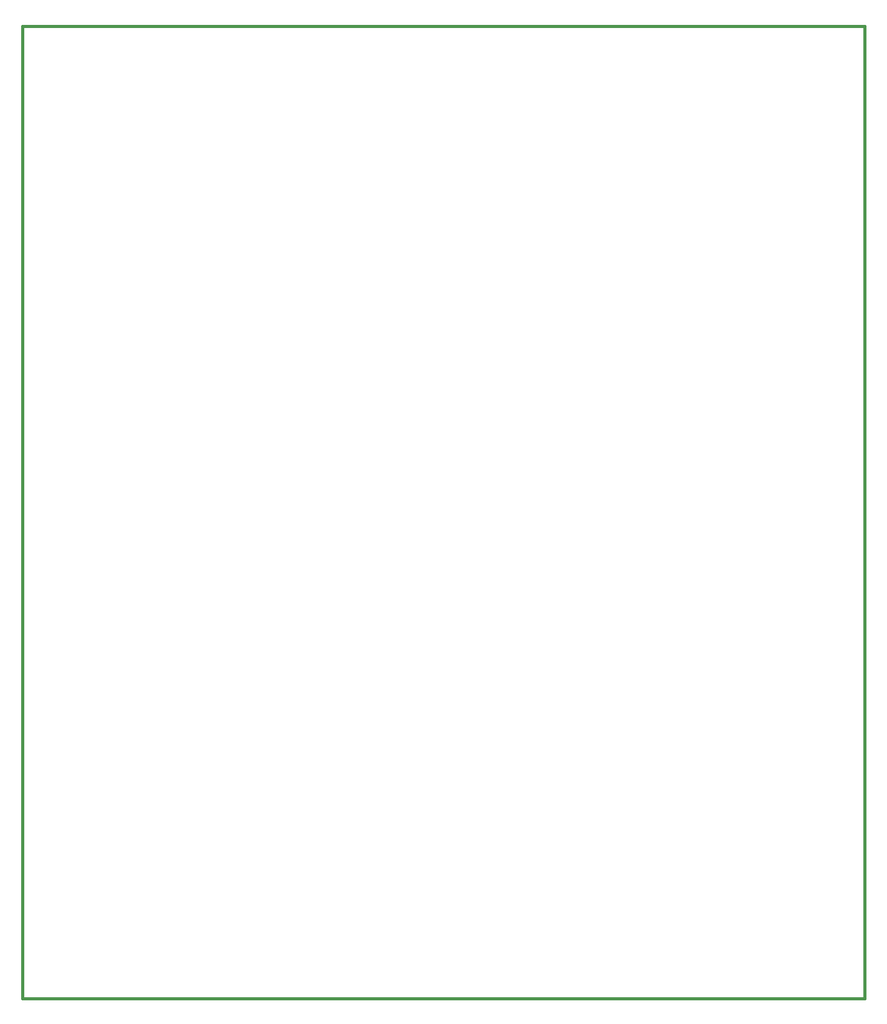
<source format=gbr>
G04 (created by PCBNEW-RS274X (2012-02-06 BZR 3180)-stable) date Sun 03 Jun 2012 09:51:07 PM CEST*
G01*
G70*
G90*
%MOIN*%
G04 Gerber Fmt 3.4, Leading zero omitted, Abs format*
%FSLAX34Y34*%
G04 APERTURE LIST*
%ADD10C,0.006000*%
%ADD11C,0.015000*%
G04 APERTURE END LIST*
G54D10*
G54D11*
X12008Y-66043D02*
X12008Y-13976D01*
X57087Y-66043D02*
X12008Y-66043D01*
X57087Y-13976D02*
X57087Y-66043D01*
X56988Y-13976D02*
X57087Y-13976D01*
X12008Y-13976D02*
X56988Y-13976D01*
M02*

</source>
